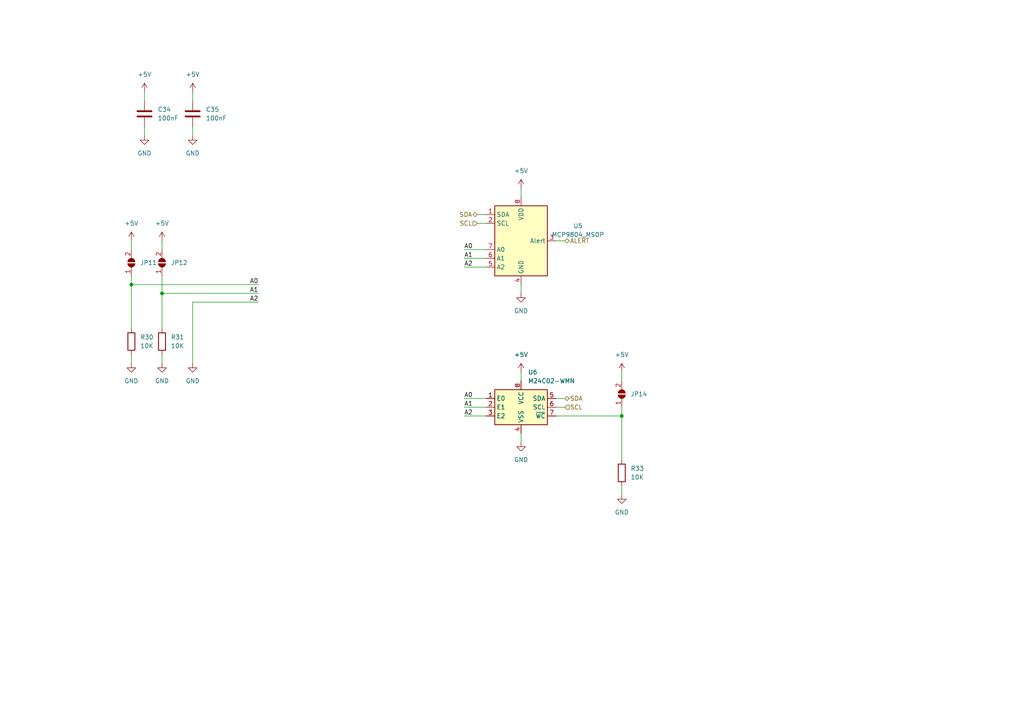
<source format=kicad_sch>
(kicad_sch (version 20211123) (generator eeschema)
  (paper "A4")
  (lib_symbols
    (symbol "Device:C" (pin_numbers hide) (pin_names (offset 0.254))
      (property "Reference" "C" (at 0.635 2.54 0))
      (property "Value" "C" (at 0.635 -2.54 0))
      (symbol "C_0_1"
        (polyline (pts (xy -2.032 -0.762) (xy 2.032 -0.762)) (stroke (width 0.508)))
        (polyline (pts (xy -2.032 0.762) (xy 2.032 0.762)) (stroke (width 0.508)))
      )
      (symbol "C_1_1"
        (pin passive line (at 0 3.81 270) (length 2.794) (name "~") (number "1"))
        (pin passive line (at 0 -3.81 90) (length 2.794) (name "~") (number "2"))
      )
    )
    (symbol "Device:R" (pin_numbers hide) (pin_names (offset 0))
      (property "Reference" "R" (at 2.032 0 90))
      (property "Value" "R" (at 0 0 90))
      (symbol "R_0_1"
        (rectangle (start -1.016 -2.54) (end 1.016 2.54) (stroke (width 0.254)))
      )
      (symbol "R_1_1"
        (pin passive line (at 0 3.81 270) (length 1.27) (name "~") (number "1"))
        (pin passive line (at 0 -3.81 90) (length 1.27) (name "~") (number "2"))
      )
    )
    (symbol "Jumper:SolderJumper_2_Open" (pin_names (offset 0) hide)
      (property "Reference" "JP" (at 0 2.032 0))
      (property "Value" "SolderJumper_2_Open" (at 0 -2.54 0))
      (symbol "SolderJumper_2_Open_0_1"
        (arc (start -0.254 1.016) (mid -1.27 0) (end -0.254 -1.016))
        (arc (start -0.254 1.016) (mid -1.27 0) (end -0.254 -1.016) (fill (type outline)))
        (polyline (pts (xy -0.254 1.016) (xy -0.254 -1.016)))
        (polyline (pts (xy 0.254 1.016) (xy 0.254 -1.016)))
        (arc (start 0.254 -1.016) (mid 1.27 0) (end 0.254 1.016))
        (arc (start 0.254 -1.016) (mid 1.27 0) (end 0.254 1.016) (fill (type outline)))
      )
      (symbol "SolderJumper_2_Open_1_1"
        (pin passive line (at -3.81 0 0) (length 2.54) (name "A") (number "1"))
        (pin passive line (at 3.81 0 180) (length 2.54) (name "B") (number "2"))
      )
    )
    (symbol "Memory_EEPROM:M24C02-WMN"
      (property "Reference" "U" (at -6.35 6.35 0))
      (property "Value" "M24C02-WMN" (at 7.62 6.35 0))
      (symbol "M24C02-WMN_0_1"
        (rectangle (start -7.62 5.08) (end 7.62 -5.08) (stroke (width 0.254)) (fill (type background)))
      )
      (symbol "M24C02-WMN_1_1"
        (pin input line (at -10.16 2.54 0) (length 2.54) (name "E0") (number "1"))
        (pin input line (at -10.16 0 0) (length 2.54) (name "E1") (number "2"))
        (pin input line (at -10.16 -2.54 0) (length 2.54) (name "E2") (number "3"))
        (pin power_in line (at 0 -7.62 90) (length 2.54) (name "VSS") (number "4"))
        (pin bidirectional line (at 10.16 2.54 180) (length 2.54) (name "SDA") (number "5"))
        (pin input line (at 10.16 0 180) (length 2.54) (name "SCL") (number "6"))
        (pin input line (at 10.16 -2.54 180) (length 2.54) (name "~{WC}") (number "7"))
        (pin power_in line (at 0 7.62 270) (length 2.54) (name "VCC") (number "8"))
      )
    )
    (symbol "Sensor_Temperature:MCP9804_MSOP"
      (property "Reference" "U" (at -6.35 11.43 0))
      (property "Value" "MCP9804_MSOP" (at 10.16 11.43 0))
      (symbol "MCP9804_MSOP_0_1"
        (rectangle (start -7.62 10.16) (end 7.62 -10.16) (stroke (width 0.254)) (fill (type background)))
      )
      (symbol "MCP9804_MSOP_1_1"
        (pin bidirectional line (at -10.16 7.62 0) (length 2.54) (name "SDA") (number "1"))
        (pin input line (at -10.16 5.08 0) (length 2.54) (name "SCL") (number "2"))
        (pin output line (at 10.16 0 180) (length 2.54) (name "Alert") (number "3"))
        (pin power_in line (at 0 -12.7 90) (length 2.54) (name "GND") (number "4"))
        (pin input line (at -10.16 -7.62 0) (length 2.54) (name "A2") (number "5"))
        (pin input line (at -10.16 -5.08 0) (length 2.54) (name "A1") (number "6"))
        (pin input line (at -10.16 -2.54 0) (length 2.54) (name "A0") (number "7"))
        (pin power_in line (at 0 12.7 270) (length 2.54) (name "VDD") (number "8"))
      )
    )
    (symbol "power:+5V" (power) (pin_names (offset 0))
      (property "Value" "+5V" (at 0 3.556 0))
      (symbol "+5V_0_1"
        (polyline (pts (xy -0.762 1.27) (xy 0 2.54)))
        (polyline (pts (xy 0 0) (xy 0 2.54)))
        (polyline (pts (xy 0 2.54) (xy 0.762 1.27)))
      )
      (symbol "+5V_1_1"
        (pin power_in line (at 0 0 90) (length 0) hide (name "+5V") (number "1"))
      )
    )
    (symbol "power:GND" (power) (pin_names (offset 0))
      (property "Value" "GND" (at 0 -3.81 0))
      (symbol "GND_0_1"
        (polyline (pts (xy 0 0) (xy 0 -1.27) (xy 1.27 -1.27) (xy 0 -2.54) (xy -1.27 -1.27) (xy 0 -1.27)))
      )
      (symbol "GND_1_1"
        (pin power_in line (at 0 0 270) (length 0) hide (name "GND") (number "1"))
      )
    )
  )
  (junction (at 38.1 82.55))
  (junction (at 180.34 120.65))
  (junction (at 46.99 85.09))
  (wire (pts (xy 134.62 120.65) (xy 140.97 120.65)))
  (wire (pts (xy 55.88 87.63) (xy 55.88 105.41)))
  (wire (pts (xy 180.34 118.11) (xy 180.34 120.65)))
  (wire (pts (xy 163.83 115.57) (xy 161.29 115.57)))
  (wire (pts (xy 55.88 26.67) (xy 55.88 29.21)))
  (wire (pts (xy 151.13 125.73) (xy 151.13 128.27)))
  (wire (pts (xy 38.1 82.55) (xy 38.1 95.25)))
  (wire (pts (xy 55.88 36.83) (xy 55.88 39.37)))
  (wire (pts (xy 46.99 102.87) (xy 46.99 105.41)))
  (wire (pts (xy 38.1 82.55) (xy 74.93 82.55)))
  (wire (pts (xy 161.29 120.65) (xy 180.34 120.65)))
  (wire (pts (xy 134.62 77.47) (xy 140.97 77.47)))
  (wire (pts (xy 46.99 85.09) (xy 74.93 85.09)))
  (wire (pts (xy 163.83 118.11) (xy 161.29 118.11)))
  (wire (pts (xy 41.91 26.67) (xy 41.91 29.21)))
  (wire (pts (xy 138.43 64.77) (xy 140.97 64.77)))
  (wire (pts (xy 134.62 115.57) (xy 140.97 115.57)))
  (wire (pts (xy 134.62 118.11) (xy 140.97 118.11)))
  (wire (pts (xy 180.34 107.95) (xy 180.34 110.49)))
  (wire (pts (xy 46.99 80.01) (xy 46.99 85.09)))
  (wire (pts (xy 38.1 69.85) (xy 38.1 72.39)))
  (wire (pts (xy 180.34 140.97) (xy 180.34 143.51)))
  (wire (pts (xy 38.1 102.87) (xy 38.1 105.41)))
  (wire (pts (xy 55.88 87.63) (xy 74.93 87.63)))
  (wire (pts (xy 151.13 54.61) (xy 151.13 57.15)))
  (wire (pts (xy 134.62 74.93) (xy 140.97 74.93)))
  (wire (pts (xy 41.91 36.83) (xy 41.91 39.37)))
  (wire (pts (xy 151.13 82.55) (xy 151.13 85.09)))
  (wire (pts (xy 134.62 72.39) (xy 140.97 72.39)))
  (wire (pts (xy 151.13 107.95) (xy 151.13 110.49)))
  (wire (pts (xy 38.1 80.01) (xy 38.1 82.55)))
  (wire (pts (xy 161.29 69.85) (xy 163.83 69.85)))
  (wire (pts (xy 180.34 120.65) (xy 180.34 133.35)))
  (wire (pts (xy 46.99 85.09) (xy 46.99 95.25)))
  (wire (pts (xy 46.99 69.85) (xy 46.99 72.39)))
  (wire (pts (xy 138.43 62.23) (xy 140.97 62.23)))
  (label "A2" (at 74.93 87.63 180))
  (label "A1" (at 134.62 118.11 0))
  (label "A0" (at 74.93 82.55 180))
  (label "A2" (at 134.62 120.65 0))
  (label "A0" (at 134.62 115.57 0))
  (label "A1" (at 74.93 85.09 180))
  (label "A0" (at 134.62 72.39 0))
  (label "A2" (at 134.62 77.47 0))
  (label "A1" (at 134.62 74.93 0))
  (hierarchical_label "SCL" (shape input) (at 163.83 118.11 0))
  (hierarchical_label "ALERT" (shape bidirectional) (at 163.83 69.85 0))
  (hierarchical_label "SCL" (shape input) (at 138.43 64.77 180))
  (hierarchical_label "SDA" (shape bidirectional) (at 138.43 62.23 180))
  (hierarchical_label "SDA" (shape bidirectional) (at 163.83 115.57 0))
  (symbol (lib_id "power:GND") (at 55.88 39.37 0) (unit 1)
    (property "Reference" "#PWR094" (effects hide))
    (property "Value" "GND" (at 55.88 44.45 0))
  )
  (symbol (lib_id "power:GND") (at 55.88 105.41 0) (unit 1)
    (property "Reference" "#PWR096" (effects hide))
    (property "Value" "GND" (at 55.88 110.49 0))
  )
  (symbol (lib_id "Sensor_Temperature:MCP9804_MSOP") (at 151.13 69.85 0) (unit 1)
    (property "Reference" "U5" (at 167.64 65.5193 0))
    (property "Value" "MCP9804_MSOP" (at 167.64 68.0593 0))
    (property "Footprint" "Package_SO:MSOP-8_3x3mm_P0.65mm" (effects hide))
    (property "Datasheet" "http://ww1.microchip.com/downloads/en/DeviceDoc/22203b.pdf" (effects hide))
  )
  (symbol (lib_id "Device:C") (at 55.88 33.02 0) (unit 1)
    (property "Reference" "C35" (at 59.69 31.7499 0) (effects (justify left)))
    (property "Value" "100nF" (at 59.69 34.2899 0) (effects (justify left)))
    (property "Footprint" "Capacitor_SMD:C_0603_1608Metric" (effects hide))
    (property "LCSC Part #" "C14663" (effects hide))
  )
  (symbol (lib_id "power:+5V") (at 151.13 107.95 0) (unit 1)
    (property "Reference" "#PWR099" (effects hide))
    (property "Value" "+5V" (at 151.13 102.87 0))
  )
  (symbol (lib_id "Jumper:SolderJumper_2_Open") (at 38.1 76.2 90) (unit 1) (in_bom no)
    (property "Reference" "JP11" (at 40.64 76.1999 90) (effects (justify right)))
    (property "Value" "SolderJumper_2_Open" (effects hide))
    (property "Footprint" "Jumper:SolderJumper-2_P1.3mm_Open_TrianglePad1.0x1.5mm" (effects hide))
  )
  (symbol (lib_id "power:GND") (at 38.1 105.41 0) (unit 1)
    (property "Reference" "#PWR088" (effects hide))
    (property "Value" "GND" (at 38.1 110.49 0))
  )
  (symbol (lib_id "power:+5V") (at 55.88 26.67 0) (unit 1)
    (property "Reference" "#PWR093" (effects hide))
    (property "Value" "+5V" (at 55.88 21.59 0))
  )
  (symbol (lib_id "Device:R") (at 180.34 137.16 0) (unit 1)
    (property "Reference" "R33" (at 182.88 135.8899 0) (effects (justify left)))
    (property "Value" "10K" (at 182.88 138.4299 0) (effects (justify left)))
    (property "Footprint" "Resistor_SMD:R_0603_1608Metric" (effects hide))
    (property "LCSC Part #" "C25804" (effects hide))
  )
  (symbol (lib_id "Jumper:SolderJumper_2_Open") (at 180.34 114.3 90) (unit 1) (in_bom no)
    (property "Reference" "JP14" (at 182.88 114.2999 90) (effects (justify right)))
    (property "Value" "SolderJumper_2_Open" (effects hide))
    (property "Footprint" "Jumper:SolderJumper-2_P1.3mm_Open_TrianglePad1.0x1.5mm" (effects hide))
  )
  (symbol (lib_id "power:+5V") (at 41.91 26.67 0) (unit 1)
    (property "Reference" "#PWR089" (effects hide))
    (property "Value" "+5V" (at 41.91 21.59 0))
  )
  (symbol (lib_id "Memory_EEPROM:M24C02-WMN") (at 151.13 118.11 0) (unit 1)
    (property "Reference" "U6" (at 153.1494 107.95 0) (effects (justify left)))
    (property "Value" "M24C02-WMN" (at 153.1494 110.49 0) (effects (justify left)))
    (property "Footprint" "Package_SO:SOIC-8_3.9x4.9mm_P1.27mm" (effects hide))
    (property "Datasheet" "http://www.st.com/content/ccc/resource/technical/document/datasheet/b0/d8/50/40/5a/85/49/6f/DM00071904.pdf/files/DM00071904.pdf/jcr:content/translations/en.DM00071904.pdf" (effects hide))
    (property "LCSC Part #" "C7562" (effects hide))
    (property "JLCPCB Rotation Offset" "-90" (effects hide))
  )
  (symbol (lib_id "power:+5V") (at 151.13 54.61 0) (unit 1)
    (property "Reference" "#PWR097" (effects hide))
    (property "Value" "+5V" (at 151.13 49.53 0))
  )
  (symbol (lib_id "power:+5V") (at 46.99 69.85 0) (unit 1)
    (property "Reference" "#PWR091" (effects hide))
    (property "Value" "+5V" (at 46.99 64.77 0))
  )
  (symbol (lib_id "Jumper:SolderJumper_2_Open") (at 46.99 76.2 90) (unit 1) (in_bom no)
    (property "Reference" "JP12" (at 49.53 76.1999 90) (effects (justify right)))
    (property "Value" "SolderJumper_2_Open" (effects hide))
    (property "Footprint" "Jumper:SolderJumper-2_P1.3mm_Open_TrianglePad1.0x1.5mm" (effects hide))
  )
  (symbol (lib_id "power:GND") (at 151.13 128.27 0) (unit 1)
    (property "Reference" "#PWR0100" (effects hide))
    (property "Value" "GND" (at 151.13 133.35 0))
  )
  (symbol (lib_id "Device:R") (at 46.99 99.06 0) (unit 1)
    (property "Reference" "R31" (at 49.53 97.7899 0) (effects (justify left)))
    (property "Value" "10K" (at 49.53 100.3299 0) (effects (justify left)))
    (property "Footprint" "Resistor_SMD:R_0603_1608Metric" (effects hide))
    (property "LCSC Part #" "C25804" (effects hide))
  )
  (symbol (lib_id "power:GND") (at 180.34 143.51 0) (unit 1)
    (property "Reference" "#PWR0102" (effects hide))
    (property "Value" "GND" (at 180.34 148.59 0))
  )
  (symbol (lib_id "Device:R") (at 38.1 99.06 0) (unit 1)
    (property "Reference" "R30" (at 40.64 97.7899 0) (effects (justify left)))
    (property "Value" "10K" (at 40.64 100.3299 0) (effects (justify left)))
    (property "Footprint" "Resistor_SMD:R_0603_1608Metric" (effects hide))
    (property "LCSC Part #" "C25804" (effects hide))
  )
  (symbol (lib_id "power:GND") (at 151.13 85.09 0) (unit 1)
    (property "Reference" "#PWR098" (effects hide))
    (property "Value" "GND" (at 151.13 90.17 0))
  )
  (symbol (lib_id "power:+5V") (at 38.1 69.85 0) (unit 1)
    (property "Reference" "#PWR087" (effects hide))
    (property "Value" "+5V" (at 38.1 64.77 0))
  )
  (symbol (lib_id "power:GND") (at 46.99 105.41 0) (unit 1)
    (property "Reference" "#PWR092" (effects hide))
    (property "Value" "GND" (at 46.99 110.49 0))
  )
  (symbol (lib_id "Device:C") (at 41.91 33.02 0) (unit 1)
    (property "Reference" "C34" (at 45.72 31.7499 0) (effects (justify left)))
    (property "Value" "100nF" (at 45.72 34.2899 0) (effects (justify left)))
    (property "Footprint" "Capacitor_SMD:C_0603_1608Metric" (effects hide))
    (property "LCSC Part #" "C14663" (effects hide))
  )
  (symbol (lib_id "power:GND") (at 41.91 39.37 0) (unit 1)
    (property "Reference" "#PWR090" (effects hide))
    (property "Value" "GND" (at 41.91 44.45 0))
  )
  (symbol (lib_id "power:+5V") (at 180.34 107.95 0) (unit 1)
    (property "Reference" "#PWR0101" (effects hide))
    (property "Value" "+5V" (at 180.34 102.87 0))
  )
)
</source>
